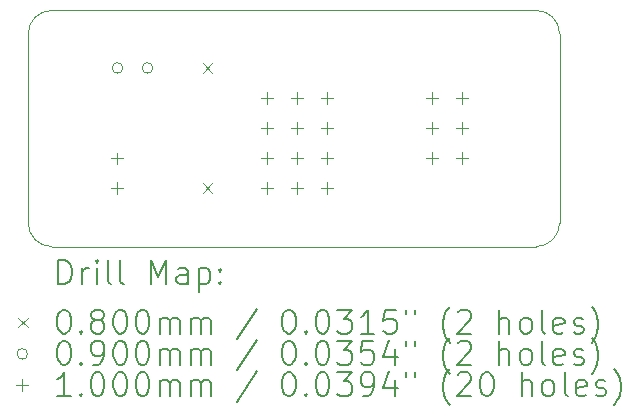
<source format=gbr>
%TF.GenerationSoftware,KiCad,Pcbnew,7.0.7*%
%TF.CreationDate,2024-12-21T21:31:14+01:00*%
%TF.ProjectId,servo_board,73657276-6f5f-4626-9f61-72642e6b6963,1.0*%
%TF.SameCoordinates,Original*%
%TF.FileFunction,Drillmap*%
%TF.FilePolarity,Positive*%
%FSLAX45Y45*%
G04 Gerber Fmt 4.5, Leading zero omitted, Abs format (unit mm)*
G04 Created by KiCad (PCBNEW 7.0.7) date 2024-12-21 21:31:14*
%MOMM*%
%LPD*%
G01*
G04 APERTURE LIST*
%ADD10C,0.100000*%
%ADD11C,0.200000*%
%ADD12C,0.080000*%
%ADD13C,0.090000*%
G04 APERTURE END LIST*
D10*
X7700000Y-5100000D02*
X11800000Y-5100000D01*
X7500000Y-6900000D02*
X7500000Y-5300000D01*
X11800000Y-7100000D02*
X7700000Y-7100000D01*
X12000000Y-5300000D02*
X12000000Y-6900000D01*
X12000000Y-5300000D02*
G75*
G03*
X11800000Y-5100000I-200000J0D01*
G01*
X11800000Y-7100000D02*
G75*
G03*
X12000000Y-6900000I0J200000D01*
G01*
X7500000Y-6900000D02*
G75*
G03*
X7700000Y-7100000I200000J0D01*
G01*
X7700000Y-5100000D02*
G75*
G03*
X7500000Y-5300000I0J-200000D01*
G01*
D11*
D12*
X8977000Y-5548000D02*
X9057000Y-5628000D01*
X9057000Y-5548000D02*
X8977000Y-5628000D01*
X8977000Y-6564000D02*
X9057000Y-6644000D01*
X9057000Y-6564000D02*
X8977000Y-6644000D01*
D13*
X8300000Y-5588000D02*
G75*
G03*
X8300000Y-5588000I-45000J0D01*
G01*
X8554000Y-5588000D02*
G75*
G03*
X8554000Y-5588000I-45000J0D01*
G01*
D10*
X8255000Y-6304000D02*
X8255000Y-6404000D01*
X8205000Y-6354000D02*
X8305000Y-6354000D01*
X8255000Y-6554000D02*
X8255000Y-6654000D01*
X8205000Y-6604000D02*
X8305000Y-6604000D01*
X9525000Y-5792000D02*
X9525000Y-5892000D01*
X9475000Y-5842000D02*
X9575000Y-5842000D01*
X9525000Y-6046000D02*
X9525000Y-6146000D01*
X9475000Y-6096000D02*
X9575000Y-6096000D01*
X9525000Y-6300000D02*
X9525000Y-6400000D01*
X9475000Y-6350000D02*
X9575000Y-6350000D01*
X9525000Y-6554000D02*
X9525000Y-6654000D01*
X9475000Y-6604000D02*
X9575000Y-6604000D01*
X9779000Y-5792000D02*
X9779000Y-5892000D01*
X9729000Y-5842000D02*
X9829000Y-5842000D01*
X9779000Y-6046000D02*
X9779000Y-6146000D01*
X9729000Y-6096000D02*
X9829000Y-6096000D01*
X9779000Y-6300000D02*
X9779000Y-6400000D01*
X9729000Y-6350000D02*
X9829000Y-6350000D01*
X9779000Y-6554000D02*
X9779000Y-6654000D01*
X9729000Y-6604000D02*
X9829000Y-6604000D01*
X10033000Y-5792000D02*
X10033000Y-5892000D01*
X9983000Y-5842000D02*
X10083000Y-5842000D01*
X10033000Y-6046000D02*
X10033000Y-6146000D01*
X9983000Y-6096000D02*
X10083000Y-6096000D01*
X10033000Y-6300000D02*
X10033000Y-6400000D01*
X9983000Y-6350000D02*
X10083000Y-6350000D01*
X10033000Y-6554000D02*
X10033000Y-6654000D01*
X9983000Y-6604000D02*
X10083000Y-6604000D01*
X10922000Y-5792000D02*
X10922000Y-5892000D01*
X10872000Y-5842000D02*
X10972000Y-5842000D01*
X10922000Y-6046000D02*
X10922000Y-6146000D01*
X10872000Y-6096000D02*
X10972000Y-6096000D01*
X10922000Y-6300000D02*
X10922000Y-6400000D01*
X10872000Y-6350000D02*
X10972000Y-6350000D01*
X11176000Y-5792000D02*
X11176000Y-5892000D01*
X11126000Y-5842000D02*
X11226000Y-5842000D01*
X11176000Y-6046000D02*
X11176000Y-6146000D01*
X11126000Y-6096000D02*
X11226000Y-6096000D01*
X11176000Y-6300000D02*
X11176000Y-6400000D01*
X11126000Y-6350000D02*
X11226000Y-6350000D01*
D11*
X7755777Y-7416484D02*
X7755777Y-7216484D01*
X7755777Y-7216484D02*
X7803396Y-7216484D01*
X7803396Y-7216484D02*
X7831967Y-7226008D01*
X7831967Y-7226008D02*
X7851015Y-7245055D01*
X7851015Y-7245055D02*
X7860539Y-7264103D01*
X7860539Y-7264103D02*
X7870062Y-7302198D01*
X7870062Y-7302198D02*
X7870062Y-7330769D01*
X7870062Y-7330769D02*
X7860539Y-7368865D01*
X7860539Y-7368865D02*
X7851015Y-7387912D01*
X7851015Y-7387912D02*
X7831967Y-7406960D01*
X7831967Y-7406960D02*
X7803396Y-7416484D01*
X7803396Y-7416484D02*
X7755777Y-7416484D01*
X7955777Y-7416484D02*
X7955777Y-7283150D01*
X7955777Y-7321246D02*
X7965301Y-7302198D01*
X7965301Y-7302198D02*
X7974824Y-7292674D01*
X7974824Y-7292674D02*
X7993872Y-7283150D01*
X7993872Y-7283150D02*
X8012920Y-7283150D01*
X8079586Y-7416484D02*
X8079586Y-7283150D01*
X8079586Y-7216484D02*
X8070062Y-7226008D01*
X8070062Y-7226008D02*
X8079586Y-7235531D01*
X8079586Y-7235531D02*
X8089110Y-7226008D01*
X8089110Y-7226008D02*
X8079586Y-7216484D01*
X8079586Y-7216484D02*
X8079586Y-7235531D01*
X8203396Y-7416484D02*
X8184348Y-7406960D01*
X8184348Y-7406960D02*
X8174824Y-7387912D01*
X8174824Y-7387912D02*
X8174824Y-7216484D01*
X8308158Y-7416484D02*
X8289110Y-7406960D01*
X8289110Y-7406960D02*
X8279586Y-7387912D01*
X8279586Y-7387912D02*
X8279586Y-7216484D01*
X8536729Y-7416484D02*
X8536729Y-7216484D01*
X8536729Y-7216484D02*
X8603396Y-7359341D01*
X8603396Y-7359341D02*
X8670063Y-7216484D01*
X8670063Y-7216484D02*
X8670063Y-7416484D01*
X8851015Y-7416484D02*
X8851015Y-7311722D01*
X8851015Y-7311722D02*
X8841491Y-7292674D01*
X8841491Y-7292674D02*
X8822444Y-7283150D01*
X8822444Y-7283150D02*
X8784348Y-7283150D01*
X8784348Y-7283150D02*
X8765301Y-7292674D01*
X8851015Y-7406960D02*
X8831967Y-7416484D01*
X8831967Y-7416484D02*
X8784348Y-7416484D01*
X8784348Y-7416484D02*
X8765301Y-7406960D01*
X8765301Y-7406960D02*
X8755777Y-7387912D01*
X8755777Y-7387912D02*
X8755777Y-7368865D01*
X8755777Y-7368865D02*
X8765301Y-7349817D01*
X8765301Y-7349817D02*
X8784348Y-7340293D01*
X8784348Y-7340293D02*
X8831967Y-7340293D01*
X8831967Y-7340293D02*
X8851015Y-7330769D01*
X8946253Y-7283150D02*
X8946253Y-7483150D01*
X8946253Y-7292674D02*
X8965301Y-7283150D01*
X8965301Y-7283150D02*
X9003396Y-7283150D01*
X9003396Y-7283150D02*
X9022444Y-7292674D01*
X9022444Y-7292674D02*
X9031967Y-7302198D01*
X9031967Y-7302198D02*
X9041491Y-7321246D01*
X9041491Y-7321246D02*
X9041491Y-7378388D01*
X9041491Y-7378388D02*
X9031967Y-7397436D01*
X9031967Y-7397436D02*
X9022444Y-7406960D01*
X9022444Y-7406960D02*
X9003396Y-7416484D01*
X9003396Y-7416484D02*
X8965301Y-7416484D01*
X8965301Y-7416484D02*
X8946253Y-7406960D01*
X9127205Y-7397436D02*
X9136729Y-7406960D01*
X9136729Y-7406960D02*
X9127205Y-7416484D01*
X9127205Y-7416484D02*
X9117682Y-7406960D01*
X9117682Y-7406960D02*
X9127205Y-7397436D01*
X9127205Y-7397436D02*
X9127205Y-7416484D01*
X9127205Y-7292674D02*
X9136729Y-7302198D01*
X9136729Y-7302198D02*
X9127205Y-7311722D01*
X9127205Y-7311722D02*
X9117682Y-7302198D01*
X9117682Y-7302198D02*
X9127205Y-7292674D01*
X9127205Y-7292674D02*
X9127205Y-7311722D01*
D12*
X7415000Y-7705000D02*
X7495000Y-7785000D01*
X7495000Y-7705000D02*
X7415000Y-7785000D01*
D11*
X7793872Y-7636484D02*
X7812920Y-7636484D01*
X7812920Y-7636484D02*
X7831967Y-7646008D01*
X7831967Y-7646008D02*
X7841491Y-7655531D01*
X7841491Y-7655531D02*
X7851015Y-7674579D01*
X7851015Y-7674579D02*
X7860539Y-7712674D01*
X7860539Y-7712674D02*
X7860539Y-7760293D01*
X7860539Y-7760293D02*
X7851015Y-7798388D01*
X7851015Y-7798388D02*
X7841491Y-7817436D01*
X7841491Y-7817436D02*
X7831967Y-7826960D01*
X7831967Y-7826960D02*
X7812920Y-7836484D01*
X7812920Y-7836484D02*
X7793872Y-7836484D01*
X7793872Y-7836484D02*
X7774824Y-7826960D01*
X7774824Y-7826960D02*
X7765301Y-7817436D01*
X7765301Y-7817436D02*
X7755777Y-7798388D01*
X7755777Y-7798388D02*
X7746253Y-7760293D01*
X7746253Y-7760293D02*
X7746253Y-7712674D01*
X7746253Y-7712674D02*
X7755777Y-7674579D01*
X7755777Y-7674579D02*
X7765301Y-7655531D01*
X7765301Y-7655531D02*
X7774824Y-7646008D01*
X7774824Y-7646008D02*
X7793872Y-7636484D01*
X7946253Y-7817436D02*
X7955777Y-7826960D01*
X7955777Y-7826960D02*
X7946253Y-7836484D01*
X7946253Y-7836484D02*
X7936729Y-7826960D01*
X7936729Y-7826960D02*
X7946253Y-7817436D01*
X7946253Y-7817436D02*
X7946253Y-7836484D01*
X8070062Y-7722198D02*
X8051015Y-7712674D01*
X8051015Y-7712674D02*
X8041491Y-7703150D01*
X8041491Y-7703150D02*
X8031967Y-7684103D01*
X8031967Y-7684103D02*
X8031967Y-7674579D01*
X8031967Y-7674579D02*
X8041491Y-7655531D01*
X8041491Y-7655531D02*
X8051015Y-7646008D01*
X8051015Y-7646008D02*
X8070062Y-7636484D01*
X8070062Y-7636484D02*
X8108158Y-7636484D01*
X8108158Y-7636484D02*
X8127205Y-7646008D01*
X8127205Y-7646008D02*
X8136729Y-7655531D01*
X8136729Y-7655531D02*
X8146253Y-7674579D01*
X8146253Y-7674579D02*
X8146253Y-7684103D01*
X8146253Y-7684103D02*
X8136729Y-7703150D01*
X8136729Y-7703150D02*
X8127205Y-7712674D01*
X8127205Y-7712674D02*
X8108158Y-7722198D01*
X8108158Y-7722198D02*
X8070062Y-7722198D01*
X8070062Y-7722198D02*
X8051015Y-7731722D01*
X8051015Y-7731722D02*
X8041491Y-7741246D01*
X8041491Y-7741246D02*
X8031967Y-7760293D01*
X8031967Y-7760293D02*
X8031967Y-7798388D01*
X8031967Y-7798388D02*
X8041491Y-7817436D01*
X8041491Y-7817436D02*
X8051015Y-7826960D01*
X8051015Y-7826960D02*
X8070062Y-7836484D01*
X8070062Y-7836484D02*
X8108158Y-7836484D01*
X8108158Y-7836484D02*
X8127205Y-7826960D01*
X8127205Y-7826960D02*
X8136729Y-7817436D01*
X8136729Y-7817436D02*
X8146253Y-7798388D01*
X8146253Y-7798388D02*
X8146253Y-7760293D01*
X8146253Y-7760293D02*
X8136729Y-7741246D01*
X8136729Y-7741246D02*
X8127205Y-7731722D01*
X8127205Y-7731722D02*
X8108158Y-7722198D01*
X8270062Y-7636484D02*
X8289110Y-7636484D01*
X8289110Y-7636484D02*
X8308158Y-7646008D01*
X8308158Y-7646008D02*
X8317682Y-7655531D01*
X8317682Y-7655531D02*
X8327205Y-7674579D01*
X8327205Y-7674579D02*
X8336729Y-7712674D01*
X8336729Y-7712674D02*
X8336729Y-7760293D01*
X8336729Y-7760293D02*
X8327205Y-7798388D01*
X8327205Y-7798388D02*
X8317682Y-7817436D01*
X8317682Y-7817436D02*
X8308158Y-7826960D01*
X8308158Y-7826960D02*
X8289110Y-7836484D01*
X8289110Y-7836484D02*
X8270062Y-7836484D01*
X8270062Y-7836484D02*
X8251015Y-7826960D01*
X8251015Y-7826960D02*
X8241491Y-7817436D01*
X8241491Y-7817436D02*
X8231967Y-7798388D01*
X8231967Y-7798388D02*
X8222443Y-7760293D01*
X8222443Y-7760293D02*
X8222443Y-7712674D01*
X8222443Y-7712674D02*
X8231967Y-7674579D01*
X8231967Y-7674579D02*
X8241491Y-7655531D01*
X8241491Y-7655531D02*
X8251015Y-7646008D01*
X8251015Y-7646008D02*
X8270062Y-7636484D01*
X8460539Y-7636484D02*
X8479586Y-7636484D01*
X8479586Y-7636484D02*
X8498634Y-7646008D01*
X8498634Y-7646008D02*
X8508158Y-7655531D01*
X8508158Y-7655531D02*
X8517682Y-7674579D01*
X8517682Y-7674579D02*
X8527205Y-7712674D01*
X8527205Y-7712674D02*
X8527205Y-7760293D01*
X8527205Y-7760293D02*
X8517682Y-7798388D01*
X8517682Y-7798388D02*
X8508158Y-7817436D01*
X8508158Y-7817436D02*
X8498634Y-7826960D01*
X8498634Y-7826960D02*
X8479586Y-7836484D01*
X8479586Y-7836484D02*
X8460539Y-7836484D01*
X8460539Y-7836484D02*
X8441491Y-7826960D01*
X8441491Y-7826960D02*
X8431967Y-7817436D01*
X8431967Y-7817436D02*
X8422444Y-7798388D01*
X8422444Y-7798388D02*
X8412920Y-7760293D01*
X8412920Y-7760293D02*
X8412920Y-7712674D01*
X8412920Y-7712674D02*
X8422444Y-7674579D01*
X8422444Y-7674579D02*
X8431967Y-7655531D01*
X8431967Y-7655531D02*
X8441491Y-7646008D01*
X8441491Y-7646008D02*
X8460539Y-7636484D01*
X8612920Y-7836484D02*
X8612920Y-7703150D01*
X8612920Y-7722198D02*
X8622444Y-7712674D01*
X8622444Y-7712674D02*
X8641491Y-7703150D01*
X8641491Y-7703150D02*
X8670063Y-7703150D01*
X8670063Y-7703150D02*
X8689110Y-7712674D01*
X8689110Y-7712674D02*
X8698634Y-7731722D01*
X8698634Y-7731722D02*
X8698634Y-7836484D01*
X8698634Y-7731722D02*
X8708158Y-7712674D01*
X8708158Y-7712674D02*
X8727205Y-7703150D01*
X8727205Y-7703150D02*
X8755777Y-7703150D01*
X8755777Y-7703150D02*
X8774825Y-7712674D01*
X8774825Y-7712674D02*
X8784348Y-7731722D01*
X8784348Y-7731722D02*
X8784348Y-7836484D01*
X8879586Y-7836484D02*
X8879586Y-7703150D01*
X8879586Y-7722198D02*
X8889110Y-7712674D01*
X8889110Y-7712674D02*
X8908158Y-7703150D01*
X8908158Y-7703150D02*
X8936729Y-7703150D01*
X8936729Y-7703150D02*
X8955777Y-7712674D01*
X8955777Y-7712674D02*
X8965301Y-7731722D01*
X8965301Y-7731722D02*
X8965301Y-7836484D01*
X8965301Y-7731722D02*
X8974825Y-7712674D01*
X8974825Y-7712674D02*
X8993872Y-7703150D01*
X8993872Y-7703150D02*
X9022444Y-7703150D01*
X9022444Y-7703150D02*
X9041491Y-7712674D01*
X9041491Y-7712674D02*
X9051015Y-7731722D01*
X9051015Y-7731722D02*
X9051015Y-7836484D01*
X9441491Y-7626960D02*
X9270063Y-7884103D01*
X9698634Y-7636484D02*
X9717682Y-7636484D01*
X9717682Y-7636484D02*
X9736729Y-7646008D01*
X9736729Y-7646008D02*
X9746253Y-7655531D01*
X9746253Y-7655531D02*
X9755777Y-7674579D01*
X9755777Y-7674579D02*
X9765301Y-7712674D01*
X9765301Y-7712674D02*
X9765301Y-7760293D01*
X9765301Y-7760293D02*
X9755777Y-7798388D01*
X9755777Y-7798388D02*
X9746253Y-7817436D01*
X9746253Y-7817436D02*
X9736729Y-7826960D01*
X9736729Y-7826960D02*
X9717682Y-7836484D01*
X9717682Y-7836484D02*
X9698634Y-7836484D01*
X9698634Y-7836484D02*
X9679587Y-7826960D01*
X9679587Y-7826960D02*
X9670063Y-7817436D01*
X9670063Y-7817436D02*
X9660539Y-7798388D01*
X9660539Y-7798388D02*
X9651015Y-7760293D01*
X9651015Y-7760293D02*
X9651015Y-7712674D01*
X9651015Y-7712674D02*
X9660539Y-7674579D01*
X9660539Y-7674579D02*
X9670063Y-7655531D01*
X9670063Y-7655531D02*
X9679587Y-7646008D01*
X9679587Y-7646008D02*
X9698634Y-7636484D01*
X9851015Y-7817436D02*
X9860539Y-7826960D01*
X9860539Y-7826960D02*
X9851015Y-7836484D01*
X9851015Y-7836484D02*
X9841491Y-7826960D01*
X9841491Y-7826960D02*
X9851015Y-7817436D01*
X9851015Y-7817436D02*
X9851015Y-7836484D01*
X9984348Y-7636484D02*
X10003396Y-7636484D01*
X10003396Y-7636484D02*
X10022444Y-7646008D01*
X10022444Y-7646008D02*
X10031968Y-7655531D01*
X10031968Y-7655531D02*
X10041491Y-7674579D01*
X10041491Y-7674579D02*
X10051015Y-7712674D01*
X10051015Y-7712674D02*
X10051015Y-7760293D01*
X10051015Y-7760293D02*
X10041491Y-7798388D01*
X10041491Y-7798388D02*
X10031968Y-7817436D01*
X10031968Y-7817436D02*
X10022444Y-7826960D01*
X10022444Y-7826960D02*
X10003396Y-7836484D01*
X10003396Y-7836484D02*
X9984348Y-7836484D01*
X9984348Y-7836484D02*
X9965301Y-7826960D01*
X9965301Y-7826960D02*
X9955777Y-7817436D01*
X9955777Y-7817436D02*
X9946253Y-7798388D01*
X9946253Y-7798388D02*
X9936729Y-7760293D01*
X9936729Y-7760293D02*
X9936729Y-7712674D01*
X9936729Y-7712674D02*
X9946253Y-7674579D01*
X9946253Y-7674579D02*
X9955777Y-7655531D01*
X9955777Y-7655531D02*
X9965301Y-7646008D01*
X9965301Y-7646008D02*
X9984348Y-7636484D01*
X10117682Y-7636484D02*
X10241491Y-7636484D01*
X10241491Y-7636484D02*
X10174825Y-7712674D01*
X10174825Y-7712674D02*
X10203396Y-7712674D01*
X10203396Y-7712674D02*
X10222444Y-7722198D01*
X10222444Y-7722198D02*
X10231968Y-7731722D01*
X10231968Y-7731722D02*
X10241491Y-7750769D01*
X10241491Y-7750769D02*
X10241491Y-7798388D01*
X10241491Y-7798388D02*
X10231968Y-7817436D01*
X10231968Y-7817436D02*
X10222444Y-7826960D01*
X10222444Y-7826960D02*
X10203396Y-7836484D01*
X10203396Y-7836484D02*
X10146253Y-7836484D01*
X10146253Y-7836484D02*
X10127206Y-7826960D01*
X10127206Y-7826960D02*
X10117682Y-7817436D01*
X10431968Y-7836484D02*
X10317682Y-7836484D01*
X10374825Y-7836484D02*
X10374825Y-7636484D01*
X10374825Y-7636484D02*
X10355777Y-7665055D01*
X10355777Y-7665055D02*
X10336729Y-7684103D01*
X10336729Y-7684103D02*
X10317682Y-7693627D01*
X10612920Y-7636484D02*
X10517682Y-7636484D01*
X10517682Y-7636484D02*
X10508158Y-7731722D01*
X10508158Y-7731722D02*
X10517682Y-7722198D01*
X10517682Y-7722198D02*
X10536729Y-7712674D01*
X10536729Y-7712674D02*
X10584349Y-7712674D01*
X10584349Y-7712674D02*
X10603396Y-7722198D01*
X10603396Y-7722198D02*
X10612920Y-7731722D01*
X10612920Y-7731722D02*
X10622444Y-7750769D01*
X10622444Y-7750769D02*
X10622444Y-7798388D01*
X10622444Y-7798388D02*
X10612920Y-7817436D01*
X10612920Y-7817436D02*
X10603396Y-7826960D01*
X10603396Y-7826960D02*
X10584349Y-7836484D01*
X10584349Y-7836484D02*
X10536729Y-7836484D01*
X10536729Y-7836484D02*
X10517682Y-7826960D01*
X10517682Y-7826960D02*
X10508158Y-7817436D01*
X10698634Y-7636484D02*
X10698634Y-7674579D01*
X10774825Y-7636484D02*
X10774825Y-7674579D01*
X11070063Y-7912674D02*
X11060539Y-7903150D01*
X11060539Y-7903150D02*
X11041491Y-7874579D01*
X11041491Y-7874579D02*
X11031968Y-7855531D01*
X11031968Y-7855531D02*
X11022444Y-7826960D01*
X11022444Y-7826960D02*
X11012920Y-7779341D01*
X11012920Y-7779341D02*
X11012920Y-7741246D01*
X11012920Y-7741246D02*
X11022444Y-7693627D01*
X11022444Y-7693627D02*
X11031968Y-7665055D01*
X11031968Y-7665055D02*
X11041491Y-7646008D01*
X11041491Y-7646008D02*
X11060539Y-7617436D01*
X11060539Y-7617436D02*
X11070063Y-7607912D01*
X11136730Y-7655531D02*
X11146253Y-7646008D01*
X11146253Y-7646008D02*
X11165301Y-7636484D01*
X11165301Y-7636484D02*
X11212920Y-7636484D01*
X11212920Y-7636484D02*
X11231968Y-7646008D01*
X11231968Y-7646008D02*
X11241491Y-7655531D01*
X11241491Y-7655531D02*
X11251015Y-7674579D01*
X11251015Y-7674579D02*
X11251015Y-7693627D01*
X11251015Y-7693627D02*
X11241491Y-7722198D01*
X11241491Y-7722198D02*
X11127206Y-7836484D01*
X11127206Y-7836484D02*
X11251015Y-7836484D01*
X11489110Y-7836484D02*
X11489110Y-7636484D01*
X11574825Y-7836484D02*
X11574825Y-7731722D01*
X11574825Y-7731722D02*
X11565301Y-7712674D01*
X11565301Y-7712674D02*
X11546253Y-7703150D01*
X11546253Y-7703150D02*
X11517682Y-7703150D01*
X11517682Y-7703150D02*
X11498634Y-7712674D01*
X11498634Y-7712674D02*
X11489110Y-7722198D01*
X11698634Y-7836484D02*
X11679587Y-7826960D01*
X11679587Y-7826960D02*
X11670063Y-7817436D01*
X11670063Y-7817436D02*
X11660539Y-7798388D01*
X11660539Y-7798388D02*
X11660539Y-7741246D01*
X11660539Y-7741246D02*
X11670063Y-7722198D01*
X11670063Y-7722198D02*
X11679587Y-7712674D01*
X11679587Y-7712674D02*
X11698634Y-7703150D01*
X11698634Y-7703150D02*
X11727206Y-7703150D01*
X11727206Y-7703150D02*
X11746253Y-7712674D01*
X11746253Y-7712674D02*
X11755777Y-7722198D01*
X11755777Y-7722198D02*
X11765301Y-7741246D01*
X11765301Y-7741246D02*
X11765301Y-7798388D01*
X11765301Y-7798388D02*
X11755777Y-7817436D01*
X11755777Y-7817436D02*
X11746253Y-7826960D01*
X11746253Y-7826960D02*
X11727206Y-7836484D01*
X11727206Y-7836484D02*
X11698634Y-7836484D01*
X11879587Y-7836484D02*
X11860539Y-7826960D01*
X11860539Y-7826960D02*
X11851015Y-7807912D01*
X11851015Y-7807912D02*
X11851015Y-7636484D01*
X12031968Y-7826960D02*
X12012920Y-7836484D01*
X12012920Y-7836484D02*
X11974825Y-7836484D01*
X11974825Y-7836484D02*
X11955777Y-7826960D01*
X11955777Y-7826960D02*
X11946253Y-7807912D01*
X11946253Y-7807912D02*
X11946253Y-7731722D01*
X11946253Y-7731722D02*
X11955777Y-7712674D01*
X11955777Y-7712674D02*
X11974825Y-7703150D01*
X11974825Y-7703150D02*
X12012920Y-7703150D01*
X12012920Y-7703150D02*
X12031968Y-7712674D01*
X12031968Y-7712674D02*
X12041491Y-7731722D01*
X12041491Y-7731722D02*
X12041491Y-7750769D01*
X12041491Y-7750769D02*
X11946253Y-7769817D01*
X12117682Y-7826960D02*
X12136730Y-7836484D01*
X12136730Y-7836484D02*
X12174825Y-7836484D01*
X12174825Y-7836484D02*
X12193872Y-7826960D01*
X12193872Y-7826960D02*
X12203396Y-7807912D01*
X12203396Y-7807912D02*
X12203396Y-7798388D01*
X12203396Y-7798388D02*
X12193872Y-7779341D01*
X12193872Y-7779341D02*
X12174825Y-7769817D01*
X12174825Y-7769817D02*
X12146253Y-7769817D01*
X12146253Y-7769817D02*
X12127206Y-7760293D01*
X12127206Y-7760293D02*
X12117682Y-7741246D01*
X12117682Y-7741246D02*
X12117682Y-7731722D01*
X12117682Y-7731722D02*
X12127206Y-7712674D01*
X12127206Y-7712674D02*
X12146253Y-7703150D01*
X12146253Y-7703150D02*
X12174825Y-7703150D01*
X12174825Y-7703150D02*
X12193872Y-7712674D01*
X12270063Y-7912674D02*
X12279587Y-7903150D01*
X12279587Y-7903150D02*
X12298634Y-7874579D01*
X12298634Y-7874579D02*
X12308158Y-7855531D01*
X12308158Y-7855531D02*
X12317682Y-7826960D01*
X12317682Y-7826960D02*
X12327206Y-7779341D01*
X12327206Y-7779341D02*
X12327206Y-7741246D01*
X12327206Y-7741246D02*
X12317682Y-7693627D01*
X12317682Y-7693627D02*
X12308158Y-7665055D01*
X12308158Y-7665055D02*
X12298634Y-7646008D01*
X12298634Y-7646008D02*
X12279587Y-7617436D01*
X12279587Y-7617436D02*
X12270063Y-7607912D01*
D13*
X7495000Y-8009000D02*
G75*
G03*
X7495000Y-8009000I-45000J0D01*
G01*
D11*
X7793872Y-7900484D02*
X7812920Y-7900484D01*
X7812920Y-7900484D02*
X7831967Y-7910008D01*
X7831967Y-7910008D02*
X7841491Y-7919531D01*
X7841491Y-7919531D02*
X7851015Y-7938579D01*
X7851015Y-7938579D02*
X7860539Y-7976674D01*
X7860539Y-7976674D02*
X7860539Y-8024293D01*
X7860539Y-8024293D02*
X7851015Y-8062388D01*
X7851015Y-8062388D02*
X7841491Y-8081436D01*
X7841491Y-8081436D02*
X7831967Y-8090960D01*
X7831967Y-8090960D02*
X7812920Y-8100484D01*
X7812920Y-8100484D02*
X7793872Y-8100484D01*
X7793872Y-8100484D02*
X7774824Y-8090960D01*
X7774824Y-8090960D02*
X7765301Y-8081436D01*
X7765301Y-8081436D02*
X7755777Y-8062388D01*
X7755777Y-8062388D02*
X7746253Y-8024293D01*
X7746253Y-8024293D02*
X7746253Y-7976674D01*
X7746253Y-7976674D02*
X7755777Y-7938579D01*
X7755777Y-7938579D02*
X7765301Y-7919531D01*
X7765301Y-7919531D02*
X7774824Y-7910008D01*
X7774824Y-7910008D02*
X7793872Y-7900484D01*
X7946253Y-8081436D02*
X7955777Y-8090960D01*
X7955777Y-8090960D02*
X7946253Y-8100484D01*
X7946253Y-8100484D02*
X7936729Y-8090960D01*
X7936729Y-8090960D02*
X7946253Y-8081436D01*
X7946253Y-8081436D02*
X7946253Y-8100484D01*
X8051015Y-8100484D02*
X8089110Y-8100484D01*
X8089110Y-8100484D02*
X8108158Y-8090960D01*
X8108158Y-8090960D02*
X8117682Y-8081436D01*
X8117682Y-8081436D02*
X8136729Y-8052865D01*
X8136729Y-8052865D02*
X8146253Y-8014769D01*
X8146253Y-8014769D02*
X8146253Y-7938579D01*
X8146253Y-7938579D02*
X8136729Y-7919531D01*
X8136729Y-7919531D02*
X8127205Y-7910008D01*
X8127205Y-7910008D02*
X8108158Y-7900484D01*
X8108158Y-7900484D02*
X8070062Y-7900484D01*
X8070062Y-7900484D02*
X8051015Y-7910008D01*
X8051015Y-7910008D02*
X8041491Y-7919531D01*
X8041491Y-7919531D02*
X8031967Y-7938579D01*
X8031967Y-7938579D02*
X8031967Y-7986198D01*
X8031967Y-7986198D02*
X8041491Y-8005246D01*
X8041491Y-8005246D02*
X8051015Y-8014769D01*
X8051015Y-8014769D02*
X8070062Y-8024293D01*
X8070062Y-8024293D02*
X8108158Y-8024293D01*
X8108158Y-8024293D02*
X8127205Y-8014769D01*
X8127205Y-8014769D02*
X8136729Y-8005246D01*
X8136729Y-8005246D02*
X8146253Y-7986198D01*
X8270062Y-7900484D02*
X8289110Y-7900484D01*
X8289110Y-7900484D02*
X8308158Y-7910008D01*
X8308158Y-7910008D02*
X8317682Y-7919531D01*
X8317682Y-7919531D02*
X8327205Y-7938579D01*
X8327205Y-7938579D02*
X8336729Y-7976674D01*
X8336729Y-7976674D02*
X8336729Y-8024293D01*
X8336729Y-8024293D02*
X8327205Y-8062388D01*
X8327205Y-8062388D02*
X8317682Y-8081436D01*
X8317682Y-8081436D02*
X8308158Y-8090960D01*
X8308158Y-8090960D02*
X8289110Y-8100484D01*
X8289110Y-8100484D02*
X8270062Y-8100484D01*
X8270062Y-8100484D02*
X8251015Y-8090960D01*
X8251015Y-8090960D02*
X8241491Y-8081436D01*
X8241491Y-8081436D02*
X8231967Y-8062388D01*
X8231967Y-8062388D02*
X8222443Y-8024293D01*
X8222443Y-8024293D02*
X8222443Y-7976674D01*
X8222443Y-7976674D02*
X8231967Y-7938579D01*
X8231967Y-7938579D02*
X8241491Y-7919531D01*
X8241491Y-7919531D02*
X8251015Y-7910008D01*
X8251015Y-7910008D02*
X8270062Y-7900484D01*
X8460539Y-7900484D02*
X8479586Y-7900484D01*
X8479586Y-7900484D02*
X8498634Y-7910008D01*
X8498634Y-7910008D02*
X8508158Y-7919531D01*
X8508158Y-7919531D02*
X8517682Y-7938579D01*
X8517682Y-7938579D02*
X8527205Y-7976674D01*
X8527205Y-7976674D02*
X8527205Y-8024293D01*
X8527205Y-8024293D02*
X8517682Y-8062388D01*
X8517682Y-8062388D02*
X8508158Y-8081436D01*
X8508158Y-8081436D02*
X8498634Y-8090960D01*
X8498634Y-8090960D02*
X8479586Y-8100484D01*
X8479586Y-8100484D02*
X8460539Y-8100484D01*
X8460539Y-8100484D02*
X8441491Y-8090960D01*
X8441491Y-8090960D02*
X8431967Y-8081436D01*
X8431967Y-8081436D02*
X8422444Y-8062388D01*
X8422444Y-8062388D02*
X8412920Y-8024293D01*
X8412920Y-8024293D02*
X8412920Y-7976674D01*
X8412920Y-7976674D02*
X8422444Y-7938579D01*
X8422444Y-7938579D02*
X8431967Y-7919531D01*
X8431967Y-7919531D02*
X8441491Y-7910008D01*
X8441491Y-7910008D02*
X8460539Y-7900484D01*
X8612920Y-8100484D02*
X8612920Y-7967150D01*
X8612920Y-7986198D02*
X8622444Y-7976674D01*
X8622444Y-7976674D02*
X8641491Y-7967150D01*
X8641491Y-7967150D02*
X8670063Y-7967150D01*
X8670063Y-7967150D02*
X8689110Y-7976674D01*
X8689110Y-7976674D02*
X8698634Y-7995722D01*
X8698634Y-7995722D02*
X8698634Y-8100484D01*
X8698634Y-7995722D02*
X8708158Y-7976674D01*
X8708158Y-7976674D02*
X8727205Y-7967150D01*
X8727205Y-7967150D02*
X8755777Y-7967150D01*
X8755777Y-7967150D02*
X8774825Y-7976674D01*
X8774825Y-7976674D02*
X8784348Y-7995722D01*
X8784348Y-7995722D02*
X8784348Y-8100484D01*
X8879586Y-8100484D02*
X8879586Y-7967150D01*
X8879586Y-7986198D02*
X8889110Y-7976674D01*
X8889110Y-7976674D02*
X8908158Y-7967150D01*
X8908158Y-7967150D02*
X8936729Y-7967150D01*
X8936729Y-7967150D02*
X8955777Y-7976674D01*
X8955777Y-7976674D02*
X8965301Y-7995722D01*
X8965301Y-7995722D02*
X8965301Y-8100484D01*
X8965301Y-7995722D02*
X8974825Y-7976674D01*
X8974825Y-7976674D02*
X8993872Y-7967150D01*
X8993872Y-7967150D02*
X9022444Y-7967150D01*
X9022444Y-7967150D02*
X9041491Y-7976674D01*
X9041491Y-7976674D02*
X9051015Y-7995722D01*
X9051015Y-7995722D02*
X9051015Y-8100484D01*
X9441491Y-7890960D02*
X9270063Y-8148103D01*
X9698634Y-7900484D02*
X9717682Y-7900484D01*
X9717682Y-7900484D02*
X9736729Y-7910008D01*
X9736729Y-7910008D02*
X9746253Y-7919531D01*
X9746253Y-7919531D02*
X9755777Y-7938579D01*
X9755777Y-7938579D02*
X9765301Y-7976674D01*
X9765301Y-7976674D02*
X9765301Y-8024293D01*
X9765301Y-8024293D02*
X9755777Y-8062388D01*
X9755777Y-8062388D02*
X9746253Y-8081436D01*
X9746253Y-8081436D02*
X9736729Y-8090960D01*
X9736729Y-8090960D02*
X9717682Y-8100484D01*
X9717682Y-8100484D02*
X9698634Y-8100484D01*
X9698634Y-8100484D02*
X9679587Y-8090960D01*
X9679587Y-8090960D02*
X9670063Y-8081436D01*
X9670063Y-8081436D02*
X9660539Y-8062388D01*
X9660539Y-8062388D02*
X9651015Y-8024293D01*
X9651015Y-8024293D02*
X9651015Y-7976674D01*
X9651015Y-7976674D02*
X9660539Y-7938579D01*
X9660539Y-7938579D02*
X9670063Y-7919531D01*
X9670063Y-7919531D02*
X9679587Y-7910008D01*
X9679587Y-7910008D02*
X9698634Y-7900484D01*
X9851015Y-8081436D02*
X9860539Y-8090960D01*
X9860539Y-8090960D02*
X9851015Y-8100484D01*
X9851015Y-8100484D02*
X9841491Y-8090960D01*
X9841491Y-8090960D02*
X9851015Y-8081436D01*
X9851015Y-8081436D02*
X9851015Y-8100484D01*
X9984348Y-7900484D02*
X10003396Y-7900484D01*
X10003396Y-7900484D02*
X10022444Y-7910008D01*
X10022444Y-7910008D02*
X10031968Y-7919531D01*
X10031968Y-7919531D02*
X10041491Y-7938579D01*
X10041491Y-7938579D02*
X10051015Y-7976674D01*
X10051015Y-7976674D02*
X10051015Y-8024293D01*
X10051015Y-8024293D02*
X10041491Y-8062388D01*
X10041491Y-8062388D02*
X10031968Y-8081436D01*
X10031968Y-8081436D02*
X10022444Y-8090960D01*
X10022444Y-8090960D02*
X10003396Y-8100484D01*
X10003396Y-8100484D02*
X9984348Y-8100484D01*
X9984348Y-8100484D02*
X9965301Y-8090960D01*
X9965301Y-8090960D02*
X9955777Y-8081436D01*
X9955777Y-8081436D02*
X9946253Y-8062388D01*
X9946253Y-8062388D02*
X9936729Y-8024293D01*
X9936729Y-8024293D02*
X9936729Y-7976674D01*
X9936729Y-7976674D02*
X9946253Y-7938579D01*
X9946253Y-7938579D02*
X9955777Y-7919531D01*
X9955777Y-7919531D02*
X9965301Y-7910008D01*
X9965301Y-7910008D02*
X9984348Y-7900484D01*
X10117682Y-7900484D02*
X10241491Y-7900484D01*
X10241491Y-7900484D02*
X10174825Y-7976674D01*
X10174825Y-7976674D02*
X10203396Y-7976674D01*
X10203396Y-7976674D02*
X10222444Y-7986198D01*
X10222444Y-7986198D02*
X10231968Y-7995722D01*
X10231968Y-7995722D02*
X10241491Y-8014769D01*
X10241491Y-8014769D02*
X10241491Y-8062388D01*
X10241491Y-8062388D02*
X10231968Y-8081436D01*
X10231968Y-8081436D02*
X10222444Y-8090960D01*
X10222444Y-8090960D02*
X10203396Y-8100484D01*
X10203396Y-8100484D02*
X10146253Y-8100484D01*
X10146253Y-8100484D02*
X10127206Y-8090960D01*
X10127206Y-8090960D02*
X10117682Y-8081436D01*
X10422444Y-7900484D02*
X10327206Y-7900484D01*
X10327206Y-7900484D02*
X10317682Y-7995722D01*
X10317682Y-7995722D02*
X10327206Y-7986198D01*
X10327206Y-7986198D02*
X10346253Y-7976674D01*
X10346253Y-7976674D02*
X10393872Y-7976674D01*
X10393872Y-7976674D02*
X10412920Y-7986198D01*
X10412920Y-7986198D02*
X10422444Y-7995722D01*
X10422444Y-7995722D02*
X10431968Y-8014769D01*
X10431968Y-8014769D02*
X10431968Y-8062388D01*
X10431968Y-8062388D02*
X10422444Y-8081436D01*
X10422444Y-8081436D02*
X10412920Y-8090960D01*
X10412920Y-8090960D02*
X10393872Y-8100484D01*
X10393872Y-8100484D02*
X10346253Y-8100484D01*
X10346253Y-8100484D02*
X10327206Y-8090960D01*
X10327206Y-8090960D02*
X10317682Y-8081436D01*
X10603396Y-7967150D02*
X10603396Y-8100484D01*
X10555777Y-7890960D02*
X10508158Y-8033817D01*
X10508158Y-8033817D02*
X10631968Y-8033817D01*
X10698634Y-7900484D02*
X10698634Y-7938579D01*
X10774825Y-7900484D02*
X10774825Y-7938579D01*
X11070063Y-8176674D02*
X11060539Y-8167150D01*
X11060539Y-8167150D02*
X11041491Y-8138579D01*
X11041491Y-8138579D02*
X11031968Y-8119531D01*
X11031968Y-8119531D02*
X11022444Y-8090960D01*
X11022444Y-8090960D02*
X11012920Y-8043341D01*
X11012920Y-8043341D02*
X11012920Y-8005246D01*
X11012920Y-8005246D02*
X11022444Y-7957627D01*
X11022444Y-7957627D02*
X11031968Y-7929055D01*
X11031968Y-7929055D02*
X11041491Y-7910008D01*
X11041491Y-7910008D02*
X11060539Y-7881436D01*
X11060539Y-7881436D02*
X11070063Y-7871912D01*
X11136730Y-7919531D02*
X11146253Y-7910008D01*
X11146253Y-7910008D02*
X11165301Y-7900484D01*
X11165301Y-7900484D02*
X11212920Y-7900484D01*
X11212920Y-7900484D02*
X11231968Y-7910008D01*
X11231968Y-7910008D02*
X11241491Y-7919531D01*
X11241491Y-7919531D02*
X11251015Y-7938579D01*
X11251015Y-7938579D02*
X11251015Y-7957627D01*
X11251015Y-7957627D02*
X11241491Y-7986198D01*
X11241491Y-7986198D02*
X11127206Y-8100484D01*
X11127206Y-8100484D02*
X11251015Y-8100484D01*
X11489110Y-8100484D02*
X11489110Y-7900484D01*
X11574825Y-8100484D02*
X11574825Y-7995722D01*
X11574825Y-7995722D02*
X11565301Y-7976674D01*
X11565301Y-7976674D02*
X11546253Y-7967150D01*
X11546253Y-7967150D02*
X11517682Y-7967150D01*
X11517682Y-7967150D02*
X11498634Y-7976674D01*
X11498634Y-7976674D02*
X11489110Y-7986198D01*
X11698634Y-8100484D02*
X11679587Y-8090960D01*
X11679587Y-8090960D02*
X11670063Y-8081436D01*
X11670063Y-8081436D02*
X11660539Y-8062388D01*
X11660539Y-8062388D02*
X11660539Y-8005246D01*
X11660539Y-8005246D02*
X11670063Y-7986198D01*
X11670063Y-7986198D02*
X11679587Y-7976674D01*
X11679587Y-7976674D02*
X11698634Y-7967150D01*
X11698634Y-7967150D02*
X11727206Y-7967150D01*
X11727206Y-7967150D02*
X11746253Y-7976674D01*
X11746253Y-7976674D02*
X11755777Y-7986198D01*
X11755777Y-7986198D02*
X11765301Y-8005246D01*
X11765301Y-8005246D02*
X11765301Y-8062388D01*
X11765301Y-8062388D02*
X11755777Y-8081436D01*
X11755777Y-8081436D02*
X11746253Y-8090960D01*
X11746253Y-8090960D02*
X11727206Y-8100484D01*
X11727206Y-8100484D02*
X11698634Y-8100484D01*
X11879587Y-8100484D02*
X11860539Y-8090960D01*
X11860539Y-8090960D02*
X11851015Y-8071912D01*
X11851015Y-8071912D02*
X11851015Y-7900484D01*
X12031968Y-8090960D02*
X12012920Y-8100484D01*
X12012920Y-8100484D02*
X11974825Y-8100484D01*
X11974825Y-8100484D02*
X11955777Y-8090960D01*
X11955777Y-8090960D02*
X11946253Y-8071912D01*
X11946253Y-8071912D02*
X11946253Y-7995722D01*
X11946253Y-7995722D02*
X11955777Y-7976674D01*
X11955777Y-7976674D02*
X11974825Y-7967150D01*
X11974825Y-7967150D02*
X12012920Y-7967150D01*
X12012920Y-7967150D02*
X12031968Y-7976674D01*
X12031968Y-7976674D02*
X12041491Y-7995722D01*
X12041491Y-7995722D02*
X12041491Y-8014769D01*
X12041491Y-8014769D02*
X11946253Y-8033817D01*
X12117682Y-8090960D02*
X12136730Y-8100484D01*
X12136730Y-8100484D02*
X12174825Y-8100484D01*
X12174825Y-8100484D02*
X12193872Y-8090960D01*
X12193872Y-8090960D02*
X12203396Y-8071912D01*
X12203396Y-8071912D02*
X12203396Y-8062388D01*
X12203396Y-8062388D02*
X12193872Y-8043341D01*
X12193872Y-8043341D02*
X12174825Y-8033817D01*
X12174825Y-8033817D02*
X12146253Y-8033817D01*
X12146253Y-8033817D02*
X12127206Y-8024293D01*
X12127206Y-8024293D02*
X12117682Y-8005246D01*
X12117682Y-8005246D02*
X12117682Y-7995722D01*
X12117682Y-7995722D02*
X12127206Y-7976674D01*
X12127206Y-7976674D02*
X12146253Y-7967150D01*
X12146253Y-7967150D02*
X12174825Y-7967150D01*
X12174825Y-7967150D02*
X12193872Y-7976674D01*
X12270063Y-8176674D02*
X12279587Y-8167150D01*
X12279587Y-8167150D02*
X12298634Y-8138579D01*
X12298634Y-8138579D02*
X12308158Y-8119531D01*
X12308158Y-8119531D02*
X12317682Y-8090960D01*
X12317682Y-8090960D02*
X12327206Y-8043341D01*
X12327206Y-8043341D02*
X12327206Y-8005246D01*
X12327206Y-8005246D02*
X12317682Y-7957627D01*
X12317682Y-7957627D02*
X12308158Y-7929055D01*
X12308158Y-7929055D02*
X12298634Y-7910008D01*
X12298634Y-7910008D02*
X12279587Y-7881436D01*
X12279587Y-7881436D02*
X12270063Y-7871912D01*
D10*
X7445000Y-8223000D02*
X7445000Y-8323000D01*
X7395000Y-8273000D02*
X7495000Y-8273000D01*
D11*
X7860539Y-8364484D02*
X7746253Y-8364484D01*
X7803396Y-8364484D02*
X7803396Y-8164484D01*
X7803396Y-8164484D02*
X7784348Y-8193055D01*
X7784348Y-8193055D02*
X7765301Y-8212103D01*
X7765301Y-8212103D02*
X7746253Y-8221627D01*
X7946253Y-8345436D02*
X7955777Y-8354960D01*
X7955777Y-8354960D02*
X7946253Y-8364484D01*
X7946253Y-8364484D02*
X7936729Y-8354960D01*
X7936729Y-8354960D02*
X7946253Y-8345436D01*
X7946253Y-8345436D02*
X7946253Y-8364484D01*
X8079586Y-8164484D02*
X8098634Y-8164484D01*
X8098634Y-8164484D02*
X8117682Y-8174008D01*
X8117682Y-8174008D02*
X8127205Y-8183531D01*
X8127205Y-8183531D02*
X8136729Y-8202579D01*
X8136729Y-8202579D02*
X8146253Y-8240674D01*
X8146253Y-8240674D02*
X8146253Y-8288293D01*
X8146253Y-8288293D02*
X8136729Y-8326388D01*
X8136729Y-8326388D02*
X8127205Y-8345436D01*
X8127205Y-8345436D02*
X8117682Y-8354960D01*
X8117682Y-8354960D02*
X8098634Y-8364484D01*
X8098634Y-8364484D02*
X8079586Y-8364484D01*
X8079586Y-8364484D02*
X8060539Y-8354960D01*
X8060539Y-8354960D02*
X8051015Y-8345436D01*
X8051015Y-8345436D02*
X8041491Y-8326388D01*
X8041491Y-8326388D02*
X8031967Y-8288293D01*
X8031967Y-8288293D02*
X8031967Y-8240674D01*
X8031967Y-8240674D02*
X8041491Y-8202579D01*
X8041491Y-8202579D02*
X8051015Y-8183531D01*
X8051015Y-8183531D02*
X8060539Y-8174008D01*
X8060539Y-8174008D02*
X8079586Y-8164484D01*
X8270062Y-8164484D02*
X8289110Y-8164484D01*
X8289110Y-8164484D02*
X8308158Y-8174008D01*
X8308158Y-8174008D02*
X8317682Y-8183531D01*
X8317682Y-8183531D02*
X8327205Y-8202579D01*
X8327205Y-8202579D02*
X8336729Y-8240674D01*
X8336729Y-8240674D02*
X8336729Y-8288293D01*
X8336729Y-8288293D02*
X8327205Y-8326388D01*
X8327205Y-8326388D02*
X8317682Y-8345436D01*
X8317682Y-8345436D02*
X8308158Y-8354960D01*
X8308158Y-8354960D02*
X8289110Y-8364484D01*
X8289110Y-8364484D02*
X8270062Y-8364484D01*
X8270062Y-8364484D02*
X8251015Y-8354960D01*
X8251015Y-8354960D02*
X8241491Y-8345436D01*
X8241491Y-8345436D02*
X8231967Y-8326388D01*
X8231967Y-8326388D02*
X8222443Y-8288293D01*
X8222443Y-8288293D02*
X8222443Y-8240674D01*
X8222443Y-8240674D02*
X8231967Y-8202579D01*
X8231967Y-8202579D02*
X8241491Y-8183531D01*
X8241491Y-8183531D02*
X8251015Y-8174008D01*
X8251015Y-8174008D02*
X8270062Y-8164484D01*
X8460539Y-8164484D02*
X8479586Y-8164484D01*
X8479586Y-8164484D02*
X8498634Y-8174008D01*
X8498634Y-8174008D02*
X8508158Y-8183531D01*
X8508158Y-8183531D02*
X8517682Y-8202579D01*
X8517682Y-8202579D02*
X8527205Y-8240674D01*
X8527205Y-8240674D02*
X8527205Y-8288293D01*
X8527205Y-8288293D02*
X8517682Y-8326388D01*
X8517682Y-8326388D02*
X8508158Y-8345436D01*
X8508158Y-8345436D02*
X8498634Y-8354960D01*
X8498634Y-8354960D02*
X8479586Y-8364484D01*
X8479586Y-8364484D02*
X8460539Y-8364484D01*
X8460539Y-8364484D02*
X8441491Y-8354960D01*
X8441491Y-8354960D02*
X8431967Y-8345436D01*
X8431967Y-8345436D02*
X8422444Y-8326388D01*
X8422444Y-8326388D02*
X8412920Y-8288293D01*
X8412920Y-8288293D02*
X8412920Y-8240674D01*
X8412920Y-8240674D02*
X8422444Y-8202579D01*
X8422444Y-8202579D02*
X8431967Y-8183531D01*
X8431967Y-8183531D02*
X8441491Y-8174008D01*
X8441491Y-8174008D02*
X8460539Y-8164484D01*
X8612920Y-8364484D02*
X8612920Y-8231150D01*
X8612920Y-8250198D02*
X8622444Y-8240674D01*
X8622444Y-8240674D02*
X8641491Y-8231150D01*
X8641491Y-8231150D02*
X8670063Y-8231150D01*
X8670063Y-8231150D02*
X8689110Y-8240674D01*
X8689110Y-8240674D02*
X8698634Y-8259722D01*
X8698634Y-8259722D02*
X8698634Y-8364484D01*
X8698634Y-8259722D02*
X8708158Y-8240674D01*
X8708158Y-8240674D02*
X8727205Y-8231150D01*
X8727205Y-8231150D02*
X8755777Y-8231150D01*
X8755777Y-8231150D02*
X8774825Y-8240674D01*
X8774825Y-8240674D02*
X8784348Y-8259722D01*
X8784348Y-8259722D02*
X8784348Y-8364484D01*
X8879586Y-8364484D02*
X8879586Y-8231150D01*
X8879586Y-8250198D02*
X8889110Y-8240674D01*
X8889110Y-8240674D02*
X8908158Y-8231150D01*
X8908158Y-8231150D02*
X8936729Y-8231150D01*
X8936729Y-8231150D02*
X8955777Y-8240674D01*
X8955777Y-8240674D02*
X8965301Y-8259722D01*
X8965301Y-8259722D02*
X8965301Y-8364484D01*
X8965301Y-8259722D02*
X8974825Y-8240674D01*
X8974825Y-8240674D02*
X8993872Y-8231150D01*
X8993872Y-8231150D02*
X9022444Y-8231150D01*
X9022444Y-8231150D02*
X9041491Y-8240674D01*
X9041491Y-8240674D02*
X9051015Y-8259722D01*
X9051015Y-8259722D02*
X9051015Y-8364484D01*
X9441491Y-8154960D02*
X9270063Y-8412103D01*
X9698634Y-8164484D02*
X9717682Y-8164484D01*
X9717682Y-8164484D02*
X9736729Y-8174008D01*
X9736729Y-8174008D02*
X9746253Y-8183531D01*
X9746253Y-8183531D02*
X9755777Y-8202579D01*
X9755777Y-8202579D02*
X9765301Y-8240674D01*
X9765301Y-8240674D02*
X9765301Y-8288293D01*
X9765301Y-8288293D02*
X9755777Y-8326388D01*
X9755777Y-8326388D02*
X9746253Y-8345436D01*
X9746253Y-8345436D02*
X9736729Y-8354960D01*
X9736729Y-8354960D02*
X9717682Y-8364484D01*
X9717682Y-8364484D02*
X9698634Y-8364484D01*
X9698634Y-8364484D02*
X9679587Y-8354960D01*
X9679587Y-8354960D02*
X9670063Y-8345436D01*
X9670063Y-8345436D02*
X9660539Y-8326388D01*
X9660539Y-8326388D02*
X9651015Y-8288293D01*
X9651015Y-8288293D02*
X9651015Y-8240674D01*
X9651015Y-8240674D02*
X9660539Y-8202579D01*
X9660539Y-8202579D02*
X9670063Y-8183531D01*
X9670063Y-8183531D02*
X9679587Y-8174008D01*
X9679587Y-8174008D02*
X9698634Y-8164484D01*
X9851015Y-8345436D02*
X9860539Y-8354960D01*
X9860539Y-8354960D02*
X9851015Y-8364484D01*
X9851015Y-8364484D02*
X9841491Y-8354960D01*
X9841491Y-8354960D02*
X9851015Y-8345436D01*
X9851015Y-8345436D02*
X9851015Y-8364484D01*
X9984348Y-8164484D02*
X10003396Y-8164484D01*
X10003396Y-8164484D02*
X10022444Y-8174008D01*
X10022444Y-8174008D02*
X10031968Y-8183531D01*
X10031968Y-8183531D02*
X10041491Y-8202579D01*
X10041491Y-8202579D02*
X10051015Y-8240674D01*
X10051015Y-8240674D02*
X10051015Y-8288293D01*
X10051015Y-8288293D02*
X10041491Y-8326388D01*
X10041491Y-8326388D02*
X10031968Y-8345436D01*
X10031968Y-8345436D02*
X10022444Y-8354960D01*
X10022444Y-8354960D02*
X10003396Y-8364484D01*
X10003396Y-8364484D02*
X9984348Y-8364484D01*
X9984348Y-8364484D02*
X9965301Y-8354960D01*
X9965301Y-8354960D02*
X9955777Y-8345436D01*
X9955777Y-8345436D02*
X9946253Y-8326388D01*
X9946253Y-8326388D02*
X9936729Y-8288293D01*
X9936729Y-8288293D02*
X9936729Y-8240674D01*
X9936729Y-8240674D02*
X9946253Y-8202579D01*
X9946253Y-8202579D02*
X9955777Y-8183531D01*
X9955777Y-8183531D02*
X9965301Y-8174008D01*
X9965301Y-8174008D02*
X9984348Y-8164484D01*
X10117682Y-8164484D02*
X10241491Y-8164484D01*
X10241491Y-8164484D02*
X10174825Y-8240674D01*
X10174825Y-8240674D02*
X10203396Y-8240674D01*
X10203396Y-8240674D02*
X10222444Y-8250198D01*
X10222444Y-8250198D02*
X10231968Y-8259722D01*
X10231968Y-8259722D02*
X10241491Y-8278769D01*
X10241491Y-8278769D02*
X10241491Y-8326388D01*
X10241491Y-8326388D02*
X10231968Y-8345436D01*
X10231968Y-8345436D02*
X10222444Y-8354960D01*
X10222444Y-8354960D02*
X10203396Y-8364484D01*
X10203396Y-8364484D02*
X10146253Y-8364484D01*
X10146253Y-8364484D02*
X10127206Y-8354960D01*
X10127206Y-8354960D02*
X10117682Y-8345436D01*
X10336729Y-8364484D02*
X10374825Y-8364484D01*
X10374825Y-8364484D02*
X10393872Y-8354960D01*
X10393872Y-8354960D02*
X10403396Y-8345436D01*
X10403396Y-8345436D02*
X10422444Y-8316865D01*
X10422444Y-8316865D02*
X10431968Y-8278769D01*
X10431968Y-8278769D02*
X10431968Y-8202579D01*
X10431968Y-8202579D02*
X10422444Y-8183531D01*
X10422444Y-8183531D02*
X10412920Y-8174008D01*
X10412920Y-8174008D02*
X10393872Y-8164484D01*
X10393872Y-8164484D02*
X10355777Y-8164484D01*
X10355777Y-8164484D02*
X10336729Y-8174008D01*
X10336729Y-8174008D02*
X10327206Y-8183531D01*
X10327206Y-8183531D02*
X10317682Y-8202579D01*
X10317682Y-8202579D02*
X10317682Y-8250198D01*
X10317682Y-8250198D02*
X10327206Y-8269246D01*
X10327206Y-8269246D02*
X10336729Y-8278769D01*
X10336729Y-8278769D02*
X10355777Y-8288293D01*
X10355777Y-8288293D02*
X10393872Y-8288293D01*
X10393872Y-8288293D02*
X10412920Y-8278769D01*
X10412920Y-8278769D02*
X10422444Y-8269246D01*
X10422444Y-8269246D02*
X10431968Y-8250198D01*
X10603396Y-8231150D02*
X10603396Y-8364484D01*
X10555777Y-8154960D02*
X10508158Y-8297817D01*
X10508158Y-8297817D02*
X10631968Y-8297817D01*
X10698634Y-8164484D02*
X10698634Y-8202579D01*
X10774825Y-8164484D02*
X10774825Y-8202579D01*
X11070063Y-8440674D02*
X11060539Y-8431150D01*
X11060539Y-8431150D02*
X11041491Y-8402579D01*
X11041491Y-8402579D02*
X11031968Y-8383531D01*
X11031968Y-8383531D02*
X11022444Y-8354960D01*
X11022444Y-8354960D02*
X11012920Y-8307341D01*
X11012920Y-8307341D02*
X11012920Y-8269246D01*
X11012920Y-8269246D02*
X11022444Y-8221627D01*
X11022444Y-8221627D02*
X11031968Y-8193055D01*
X11031968Y-8193055D02*
X11041491Y-8174008D01*
X11041491Y-8174008D02*
X11060539Y-8145436D01*
X11060539Y-8145436D02*
X11070063Y-8135912D01*
X11136730Y-8183531D02*
X11146253Y-8174008D01*
X11146253Y-8174008D02*
X11165301Y-8164484D01*
X11165301Y-8164484D02*
X11212920Y-8164484D01*
X11212920Y-8164484D02*
X11231968Y-8174008D01*
X11231968Y-8174008D02*
X11241491Y-8183531D01*
X11241491Y-8183531D02*
X11251015Y-8202579D01*
X11251015Y-8202579D02*
X11251015Y-8221627D01*
X11251015Y-8221627D02*
X11241491Y-8250198D01*
X11241491Y-8250198D02*
X11127206Y-8364484D01*
X11127206Y-8364484D02*
X11251015Y-8364484D01*
X11374825Y-8164484D02*
X11393872Y-8164484D01*
X11393872Y-8164484D02*
X11412920Y-8174008D01*
X11412920Y-8174008D02*
X11422444Y-8183531D01*
X11422444Y-8183531D02*
X11431968Y-8202579D01*
X11431968Y-8202579D02*
X11441491Y-8240674D01*
X11441491Y-8240674D02*
X11441491Y-8288293D01*
X11441491Y-8288293D02*
X11431968Y-8326388D01*
X11431968Y-8326388D02*
X11422444Y-8345436D01*
X11422444Y-8345436D02*
X11412920Y-8354960D01*
X11412920Y-8354960D02*
X11393872Y-8364484D01*
X11393872Y-8364484D02*
X11374825Y-8364484D01*
X11374825Y-8364484D02*
X11355777Y-8354960D01*
X11355777Y-8354960D02*
X11346253Y-8345436D01*
X11346253Y-8345436D02*
X11336729Y-8326388D01*
X11336729Y-8326388D02*
X11327206Y-8288293D01*
X11327206Y-8288293D02*
X11327206Y-8240674D01*
X11327206Y-8240674D02*
X11336729Y-8202579D01*
X11336729Y-8202579D02*
X11346253Y-8183531D01*
X11346253Y-8183531D02*
X11355777Y-8174008D01*
X11355777Y-8174008D02*
X11374825Y-8164484D01*
X11679587Y-8364484D02*
X11679587Y-8164484D01*
X11765301Y-8364484D02*
X11765301Y-8259722D01*
X11765301Y-8259722D02*
X11755777Y-8240674D01*
X11755777Y-8240674D02*
X11736730Y-8231150D01*
X11736730Y-8231150D02*
X11708158Y-8231150D01*
X11708158Y-8231150D02*
X11689110Y-8240674D01*
X11689110Y-8240674D02*
X11679587Y-8250198D01*
X11889110Y-8364484D02*
X11870063Y-8354960D01*
X11870063Y-8354960D02*
X11860539Y-8345436D01*
X11860539Y-8345436D02*
X11851015Y-8326388D01*
X11851015Y-8326388D02*
X11851015Y-8269246D01*
X11851015Y-8269246D02*
X11860539Y-8250198D01*
X11860539Y-8250198D02*
X11870063Y-8240674D01*
X11870063Y-8240674D02*
X11889110Y-8231150D01*
X11889110Y-8231150D02*
X11917682Y-8231150D01*
X11917682Y-8231150D02*
X11936730Y-8240674D01*
X11936730Y-8240674D02*
X11946253Y-8250198D01*
X11946253Y-8250198D02*
X11955777Y-8269246D01*
X11955777Y-8269246D02*
X11955777Y-8326388D01*
X11955777Y-8326388D02*
X11946253Y-8345436D01*
X11946253Y-8345436D02*
X11936730Y-8354960D01*
X11936730Y-8354960D02*
X11917682Y-8364484D01*
X11917682Y-8364484D02*
X11889110Y-8364484D01*
X12070063Y-8364484D02*
X12051015Y-8354960D01*
X12051015Y-8354960D02*
X12041491Y-8335912D01*
X12041491Y-8335912D02*
X12041491Y-8164484D01*
X12222444Y-8354960D02*
X12203396Y-8364484D01*
X12203396Y-8364484D02*
X12165301Y-8364484D01*
X12165301Y-8364484D02*
X12146253Y-8354960D01*
X12146253Y-8354960D02*
X12136730Y-8335912D01*
X12136730Y-8335912D02*
X12136730Y-8259722D01*
X12136730Y-8259722D02*
X12146253Y-8240674D01*
X12146253Y-8240674D02*
X12165301Y-8231150D01*
X12165301Y-8231150D02*
X12203396Y-8231150D01*
X12203396Y-8231150D02*
X12222444Y-8240674D01*
X12222444Y-8240674D02*
X12231968Y-8259722D01*
X12231968Y-8259722D02*
X12231968Y-8278769D01*
X12231968Y-8278769D02*
X12136730Y-8297817D01*
X12308158Y-8354960D02*
X12327206Y-8364484D01*
X12327206Y-8364484D02*
X12365301Y-8364484D01*
X12365301Y-8364484D02*
X12384349Y-8354960D01*
X12384349Y-8354960D02*
X12393872Y-8335912D01*
X12393872Y-8335912D02*
X12393872Y-8326388D01*
X12393872Y-8326388D02*
X12384349Y-8307341D01*
X12384349Y-8307341D02*
X12365301Y-8297817D01*
X12365301Y-8297817D02*
X12336730Y-8297817D01*
X12336730Y-8297817D02*
X12317682Y-8288293D01*
X12317682Y-8288293D02*
X12308158Y-8269246D01*
X12308158Y-8269246D02*
X12308158Y-8259722D01*
X12308158Y-8259722D02*
X12317682Y-8240674D01*
X12317682Y-8240674D02*
X12336730Y-8231150D01*
X12336730Y-8231150D02*
X12365301Y-8231150D01*
X12365301Y-8231150D02*
X12384349Y-8240674D01*
X12460539Y-8440674D02*
X12470063Y-8431150D01*
X12470063Y-8431150D02*
X12489111Y-8402579D01*
X12489111Y-8402579D02*
X12498634Y-8383531D01*
X12498634Y-8383531D02*
X12508158Y-8354960D01*
X12508158Y-8354960D02*
X12517682Y-8307341D01*
X12517682Y-8307341D02*
X12517682Y-8269246D01*
X12517682Y-8269246D02*
X12508158Y-8221627D01*
X12508158Y-8221627D02*
X12498634Y-8193055D01*
X12498634Y-8193055D02*
X12489111Y-8174008D01*
X12489111Y-8174008D02*
X12470063Y-8145436D01*
X12470063Y-8145436D02*
X12460539Y-8135912D01*
M02*

</source>
